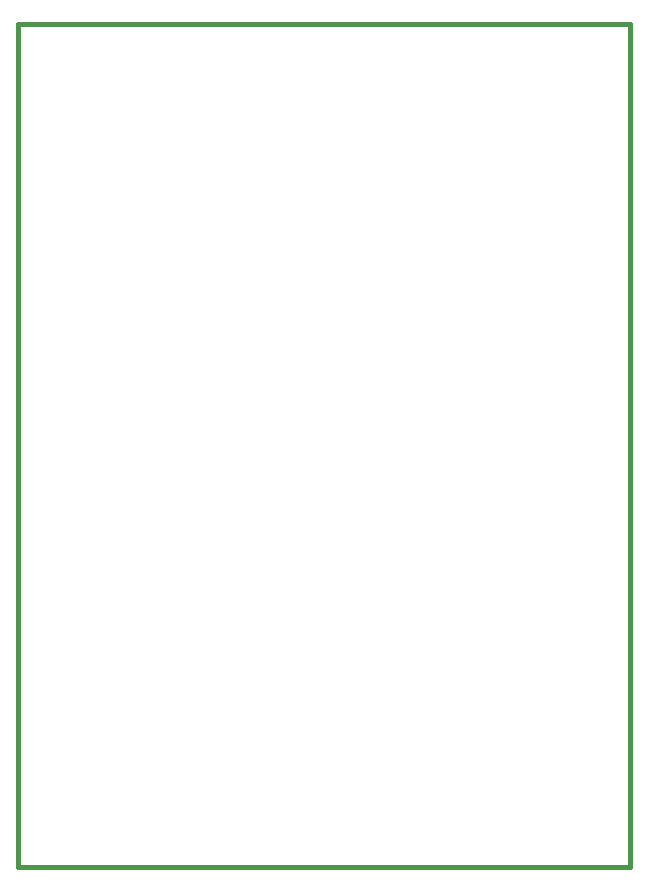
<source format=gbr>
G04 (created by PCBNEW (2013-07-07 BZR 4022)-stable) date 11/10/2018 5:54:12 PM*
%MOIN*%
G04 Gerber Fmt 3.4, Leading zero omitted, Abs format*
%FSLAX34Y34*%
G01*
G70*
G90*
G04 APERTURE LIST*
%ADD10C,0.00590551*%
%ADD11C,0.015*%
G04 APERTURE END LIST*
G54D10*
G54D11*
X45100Y-51500D02*
X45100Y-23400D01*
X65500Y-51500D02*
X45100Y-51500D01*
X65500Y-23400D02*
X65500Y-51500D01*
X45100Y-23400D02*
X65500Y-23400D01*
M02*

</source>
